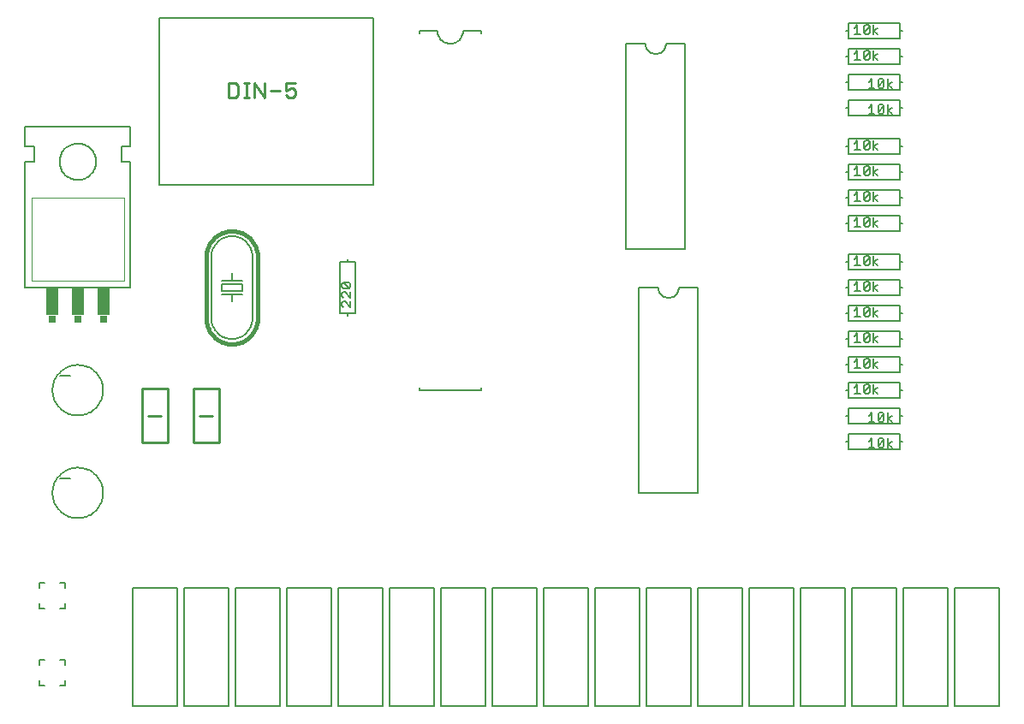
<source format=gto>
G75*
G70*
%OFA0B0*%
%FSLAX24Y24*%
%IPPOS*%
%LPD*%
%AMOC8*
5,1,8,0,0,1.08239X$1,22.5*
%
%ADD10C,0.0050*%
%ADD11C,0.0100*%
%ADD12C,0.0060*%
%ADD13C,0.0080*%
%ADD14C,0.0020*%
%ADD15R,0.0300X0.0250*%
%ADD16R,0.0500X0.1100*%
%ADD17C,0.0160*%
D10*
X006353Y024113D02*
X014699Y024113D01*
X014699Y030601D01*
X006353Y030601D01*
X006353Y024113D01*
D11*
X009071Y027499D02*
X009351Y027499D01*
X009444Y027592D01*
X009444Y027966D01*
X009351Y028059D01*
X009071Y028059D01*
X009071Y027499D01*
X009679Y027499D02*
X009865Y027499D01*
X009772Y027499D02*
X009772Y028059D01*
X009679Y028059D02*
X009865Y028059D01*
X010084Y028059D02*
X010457Y027499D01*
X010457Y028059D01*
X010691Y027779D02*
X011065Y027779D01*
X011299Y027779D02*
X011486Y027872D01*
X011579Y027872D01*
X011673Y027779D01*
X011673Y027592D01*
X011579Y027499D01*
X011392Y027499D01*
X011299Y027592D01*
X011299Y027779D02*
X011299Y028059D01*
X011673Y028059D01*
X010084Y028059D02*
X010084Y027499D01*
X008699Y016151D02*
X007699Y016151D01*
X007699Y014051D01*
X008699Y014051D01*
X008699Y016151D01*
X008449Y015101D02*
X007949Y015101D01*
X006449Y015101D02*
X005949Y015101D01*
X005699Y014051D02*
X005699Y016151D01*
X006699Y016151D01*
X006699Y014051D01*
X005699Y014051D01*
D12*
X008399Y018901D02*
X008399Y021301D01*
X008401Y021357D01*
X008407Y021412D01*
X008416Y021467D01*
X008430Y021522D01*
X008447Y021575D01*
X008468Y021626D01*
X008493Y021677D01*
X008521Y021725D01*
X008552Y021771D01*
X008586Y021815D01*
X008624Y021857D01*
X008664Y021896D01*
X008706Y021931D01*
X008752Y021964D01*
X008799Y021994D01*
X008848Y022020D01*
X008899Y022043D01*
X008952Y022062D01*
X009005Y022077D01*
X009060Y022089D01*
X009115Y022097D01*
X009171Y022101D01*
X009227Y022101D01*
X009283Y022097D01*
X009338Y022089D01*
X009393Y022077D01*
X009446Y022062D01*
X009499Y022043D01*
X009550Y022020D01*
X009599Y021994D01*
X009646Y021964D01*
X009692Y021931D01*
X009734Y021896D01*
X009774Y021857D01*
X009812Y021815D01*
X009846Y021771D01*
X009877Y021725D01*
X009905Y021677D01*
X009930Y021626D01*
X009951Y021575D01*
X009968Y021522D01*
X009982Y021467D01*
X009991Y021412D01*
X009997Y021357D01*
X009999Y021301D01*
X009999Y018901D01*
X009997Y018845D01*
X009991Y018790D01*
X009982Y018735D01*
X009968Y018680D01*
X009951Y018627D01*
X009930Y018576D01*
X009905Y018525D01*
X009877Y018477D01*
X009846Y018431D01*
X009812Y018387D01*
X009774Y018345D01*
X009734Y018306D01*
X009692Y018271D01*
X009646Y018238D01*
X009599Y018208D01*
X009550Y018182D01*
X009499Y018159D01*
X009446Y018140D01*
X009393Y018125D01*
X009338Y018113D01*
X009283Y018105D01*
X009227Y018101D01*
X009171Y018101D01*
X009115Y018105D01*
X009060Y018113D01*
X009005Y018125D01*
X008952Y018140D01*
X008899Y018159D01*
X008848Y018182D01*
X008799Y018208D01*
X008752Y018238D01*
X008706Y018271D01*
X008664Y018306D01*
X008624Y018345D01*
X008586Y018387D01*
X008552Y018431D01*
X008521Y018477D01*
X008493Y018525D01*
X008468Y018576D01*
X008447Y018627D01*
X008430Y018680D01*
X008416Y018735D01*
X008407Y018790D01*
X008401Y018845D01*
X008399Y018901D01*
X009199Y019551D02*
X009199Y019831D01*
X009599Y019831D01*
X009599Y019971D02*
X009599Y020221D01*
X008799Y020221D01*
X008799Y019971D01*
X009599Y019971D01*
X009599Y020371D02*
X009199Y020371D01*
X009199Y020651D01*
X009199Y020371D02*
X008799Y020371D01*
X008799Y019831D02*
X009199Y019831D01*
X005249Y020101D02*
X005249Y025001D01*
X004899Y025001D01*
X004899Y025601D01*
X005249Y025601D01*
X005249Y026351D01*
X001149Y026351D01*
X001149Y025601D01*
X001499Y025601D01*
X001499Y025001D01*
X001149Y025001D01*
X001149Y020101D01*
X005249Y020101D01*
X002489Y025001D02*
X002491Y025054D01*
X002497Y025107D01*
X002507Y025159D01*
X002521Y025210D01*
X002538Y025260D01*
X002559Y025309D01*
X002584Y025356D01*
X002612Y025401D01*
X002644Y025444D01*
X002679Y025484D01*
X002716Y025521D01*
X002756Y025556D01*
X002799Y025588D01*
X002844Y025616D01*
X002891Y025641D01*
X002940Y025662D01*
X002990Y025679D01*
X003041Y025693D01*
X003093Y025703D01*
X003146Y025709D01*
X003199Y025711D01*
X003252Y025709D01*
X003305Y025703D01*
X003357Y025693D01*
X003408Y025679D01*
X003458Y025662D01*
X003507Y025641D01*
X003554Y025616D01*
X003599Y025588D01*
X003642Y025556D01*
X003682Y025521D01*
X003719Y025484D01*
X003754Y025444D01*
X003786Y025401D01*
X003814Y025356D01*
X003839Y025309D01*
X003860Y025260D01*
X003877Y025210D01*
X003891Y025159D01*
X003901Y025107D01*
X003907Y025054D01*
X003909Y025001D01*
X003907Y024948D01*
X003901Y024895D01*
X003891Y024843D01*
X003877Y024792D01*
X003860Y024742D01*
X003839Y024693D01*
X003814Y024646D01*
X003786Y024601D01*
X003754Y024558D01*
X003719Y024518D01*
X003682Y024481D01*
X003642Y024446D01*
X003599Y024414D01*
X003554Y024386D01*
X003507Y024361D01*
X003458Y024340D01*
X003408Y024323D01*
X003357Y024309D01*
X003305Y024299D01*
X003252Y024293D01*
X003199Y024291D01*
X003146Y024293D01*
X003093Y024299D01*
X003041Y024309D01*
X002990Y024323D01*
X002940Y024340D01*
X002891Y024361D01*
X002844Y024386D01*
X002799Y024414D01*
X002756Y024446D01*
X002716Y024481D01*
X002679Y024518D01*
X002644Y024558D01*
X002612Y024601D01*
X002584Y024646D01*
X002559Y024693D01*
X002538Y024742D01*
X002521Y024792D01*
X002507Y024843D01*
X002497Y024895D01*
X002491Y024948D01*
X002489Y025001D01*
X013479Y020238D02*
X013536Y020294D01*
X013763Y020067D01*
X013819Y020124D01*
X013819Y020238D01*
X013763Y020294D01*
X013536Y020294D01*
X013479Y020238D02*
X013479Y020124D01*
X013536Y020067D01*
X013763Y020067D01*
X013819Y019926D02*
X013819Y019699D01*
X013593Y019926D01*
X013536Y019926D01*
X013479Y019869D01*
X013479Y019756D01*
X013536Y019699D01*
X013536Y019558D02*
X013479Y019501D01*
X013479Y019387D01*
X013536Y019331D01*
X013536Y019558D02*
X013593Y019558D01*
X013819Y019331D01*
X013819Y019558D01*
X024549Y021601D02*
X026849Y021601D01*
X026849Y029601D01*
X026099Y029601D01*
X026097Y029562D01*
X026091Y029523D01*
X026082Y029485D01*
X026069Y029448D01*
X026052Y029412D01*
X026032Y029379D01*
X026008Y029347D01*
X025982Y029318D01*
X025953Y029292D01*
X025921Y029268D01*
X025888Y029248D01*
X025852Y029231D01*
X025815Y029218D01*
X025777Y029209D01*
X025738Y029203D01*
X025699Y029201D01*
X025660Y029203D01*
X025621Y029209D01*
X025583Y029218D01*
X025546Y029231D01*
X025510Y029248D01*
X025477Y029268D01*
X025445Y029292D01*
X025416Y029318D01*
X025390Y029347D01*
X025366Y029379D01*
X025346Y029412D01*
X025329Y029448D01*
X025316Y029485D01*
X025307Y029523D01*
X025301Y029562D01*
X025299Y029601D01*
X024549Y029601D01*
X024549Y021601D01*
X025049Y020101D02*
X025799Y020101D01*
X025801Y020062D01*
X025807Y020023D01*
X025816Y019985D01*
X025829Y019948D01*
X025846Y019912D01*
X025866Y019879D01*
X025890Y019847D01*
X025916Y019818D01*
X025945Y019792D01*
X025977Y019768D01*
X026010Y019748D01*
X026046Y019731D01*
X026083Y019718D01*
X026121Y019709D01*
X026160Y019703D01*
X026199Y019701D01*
X026238Y019703D01*
X026277Y019709D01*
X026315Y019718D01*
X026352Y019731D01*
X026388Y019748D01*
X026421Y019768D01*
X026453Y019792D01*
X026482Y019818D01*
X026508Y019847D01*
X026532Y019879D01*
X026552Y019912D01*
X026569Y019948D01*
X026582Y019985D01*
X026591Y020023D01*
X026597Y020062D01*
X026599Y020101D01*
X027349Y020101D01*
X027349Y012101D01*
X025049Y012101D01*
X025049Y020101D01*
X033429Y020208D02*
X033543Y020321D01*
X033543Y019981D01*
X033656Y019981D02*
X033429Y019981D01*
X033798Y020037D02*
X034025Y020264D01*
X034025Y020037D01*
X033968Y019981D01*
X033854Y019981D01*
X033798Y020037D01*
X033798Y020264D01*
X033854Y020321D01*
X033968Y020321D01*
X034025Y020264D01*
X034166Y020321D02*
X034166Y019981D01*
X034166Y020094D02*
X034336Y020208D01*
X034166Y020094D02*
X034336Y019981D01*
X034166Y019321D02*
X034166Y018981D01*
X034166Y019094D02*
X034336Y019208D01*
X034166Y019094D02*
X034336Y018981D01*
X034025Y019037D02*
X033968Y018981D01*
X033854Y018981D01*
X033798Y019037D01*
X034025Y019264D01*
X034025Y019037D01*
X034025Y019264D02*
X033968Y019321D01*
X033854Y019321D01*
X033798Y019264D01*
X033798Y019037D01*
X033656Y018981D02*
X033429Y018981D01*
X033543Y018981D02*
X033543Y019321D01*
X033429Y019208D01*
X033543Y018321D02*
X033429Y018208D01*
X033543Y018321D02*
X033543Y017981D01*
X033656Y017981D02*
X033429Y017981D01*
X033798Y018037D02*
X033798Y018264D01*
X033854Y018321D01*
X033968Y018321D01*
X034025Y018264D01*
X033798Y018037D01*
X033854Y017981D01*
X033968Y017981D01*
X034025Y018037D01*
X034025Y018264D01*
X034166Y018321D02*
X034166Y017981D01*
X034166Y018094D02*
X034336Y018208D01*
X034166Y018094D02*
X034336Y017981D01*
X034166Y017321D02*
X034166Y016981D01*
X034166Y017094D02*
X034336Y017208D01*
X034166Y017094D02*
X034336Y016981D01*
X034025Y017037D02*
X034025Y017264D01*
X033798Y017037D01*
X033854Y016981D01*
X033968Y016981D01*
X034025Y017037D01*
X033798Y017037D02*
X033798Y017264D01*
X033854Y017321D01*
X033968Y017321D01*
X034025Y017264D01*
X033656Y016981D02*
X033429Y016981D01*
X033543Y016981D02*
X033543Y017321D01*
X033429Y017208D01*
X033543Y016321D02*
X033543Y015981D01*
X033656Y015981D02*
X033429Y015981D01*
X033429Y016208D02*
X033543Y016321D01*
X033798Y016264D02*
X033854Y016321D01*
X033968Y016321D01*
X034025Y016264D01*
X033798Y016037D01*
X033854Y015981D01*
X033968Y015981D01*
X034025Y016037D01*
X034025Y016264D01*
X034166Y016321D02*
X034166Y015981D01*
X034166Y016094D02*
X034336Y016208D01*
X034166Y016094D02*
X034336Y015981D01*
X033798Y016037D02*
X033798Y016264D01*
X034099Y015221D02*
X034099Y014881D01*
X033986Y014881D02*
X034213Y014881D01*
X034354Y014937D02*
X034581Y015164D01*
X034581Y014937D01*
X034524Y014881D01*
X034411Y014881D01*
X034354Y014937D01*
X034354Y015164D01*
X034411Y015221D01*
X034524Y015221D01*
X034581Y015164D01*
X034722Y015221D02*
X034722Y014881D01*
X034722Y014994D02*
X034893Y014881D01*
X034722Y014994D02*
X034893Y015108D01*
X034099Y015221D02*
X033986Y015108D01*
X034099Y014221D02*
X034099Y013881D01*
X033986Y013881D02*
X034213Y013881D01*
X034354Y013937D02*
X034581Y014164D01*
X034581Y013937D01*
X034524Y013881D01*
X034411Y013881D01*
X034354Y013937D01*
X034354Y014164D01*
X034411Y014221D01*
X034524Y014221D01*
X034581Y014164D01*
X034722Y014221D02*
X034722Y013881D01*
X034722Y013994D02*
X034893Y014108D01*
X034722Y013994D02*
X034893Y013881D01*
X034099Y014221D02*
X033986Y014108D01*
X033968Y020981D02*
X033854Y020981D01*
X033798Y021037D01*
X034025Y021264D01*
X034025Y021037D01*
X033968Y020981D01*
X033798Y021037D02*
X033798Y021264D01*
X033854Y021321D01*
X033968Y021321D01*
X034025Y021264D01*
X034166Y021321D02*
X034166Y020981D01*
X034166Y021094D02*
X034336Y021208D01*
X034166Y021094D02*
X034336Y020981D01*
X033656Y020981D02*
X033429Y020981D01*
X033543Y020981D02*
X033543Y021321D01*
X033429Y021208D01*
X033429Y022481D02*
X033656Y022481D01*
X033543Y022481D02*
X033543Y022821D01*
X033429Y022708D01*
X033798Y022764D02*
X033854Y022821D01*
X033968Y022821D01*
X034025Y022764D01*
X033798Y022537D01*
X033854Y022481D01*
X033968Y022481D01*
X034025Y022537D01*
X034025Y022764D01*
X034166Y022821D02*
X034166Y022481D01*
X034166Y022594D02*
X034336Y022708D01*
X034166Y022594D02*
X034336Y022481D01*
X033798Y022537D02*
X033798Y022764D01*
X033854Y023481D02*
X033798Y023537D01*
X034025Y023764D01*
X034025Y023537D01*
X033968Y023481D01*
X033854Y023481D01*
X033798Y023537D02*
X033798Y023764D01*
X033854Y023821D01*
X033968Y023821D01*
X034025Y023764D01*
X034166Y023821D02*
X034166Y023481D01*
X034166Y023594D02*
X034336Y023708D01*
X034166Y023594D02*
X034336Y023481D01*
X033656Y023481D02*
X033429Y023481D01*
X033543Y023481D02*
X033543Y023821D01*
X033429Y023708D01*
X033429Y024481D02*
X033656Y024481D01*
X033543Y024481D02*
X033543Y024821D01*
X033429Y024708D01*
X033798Y024764D02*
X033798Y024537D01*
X034025Y024764D01*
X034025Y024537D01*
X033968Y024481D01*
X033854Y024481D01*
X033798Y024537D01*
X033798Y024764D02*
X033854Y024821D01*
X033968Y024821D01*
X034025Y024764D01*
X034166Y024821D02*
X034166Y024481D01*
X034166Y024594D02*
X034336Y024708D01*
X034166Y024594D02*
X034336Y024481D01*
X034336Y025481D02*
X034166Y025594D01*
X034336Y025708D01*
X034166Y025821D02*
X034166Y025481D01*
X034025Y025537D02*
X033968Y025481D01*
X033854Y025481D01*
X033798Y025537D01*
X034025Y025764D01*
X034025Y025537D01*
X033798Y025537D02*
X033798Y025764D01*
X033854Y025821D01*
X033968Y025821D01*
X034025Y025764D01*
X033656Y025481D02*
X033429Y025481D01*
X033543Y025481D02*
X033543Y025821D01*
X033429Y025708D01*
X033986Y026881D02*
X034213Y026881D01*
X034099Y026881D02*
X034099Y027221D01*
X033986Y027108D01*
X034354Y027164D02*
X034411Y027221D01*
X034524Y027221D01*
X034581Y027164D01*
X034354Y026937D01*
X034411Y026881D01*
X034524Y026881D01*
X034581Y026937D01*
X034581Y027164D01*
X034722Y027221D02*
X034722Y026881D01*
X034722Y026994D02*
X034893Y027108D01*
X034722Y026994D02*
X034893Y026881D01*
X034354Y026937D02*
X034354Y027164D01*
X034411Y027881D02*
X034354Y027937D01*
X034581Y028164D01*
X034581Y027937D01*
X034524Y027881D01*
X034411Y027881D01*
X034354Y027937D02*
X034354Y028164D01*
X034411Y028221D01*
X034524Y028221D01*
X034581Y028164D01*
X034722Y028221D02*
X034722Y027881D01*
X034722Y027994D02*
X034893Y028108D01*
X034722Y027994D02*
X034893Y027881D01*
X034213Y027881D02*
X033986Y027881D01*
X034099Y027881D02*
X034099Y028221D01*
X033986Y028108D01*
X033968Y028981D02*
X033854Y028981D01*
X033798Y029037D01*
X034025Y029264D01*
X034025Y029037D01*
X033968Y028981D01*
X033798Y029037D02*
X033798Y029264D01*
X033854Y029321D01*
X033968Y029321D01*
X034025Y029264D01*
X034166Y029321D02*
X034166Y028981D01*
X034166Y029094D02*
X034336Y029208D01*
X034166Y029094D02*
X034336Y028981D01*
X033656Y028981D02*
X033429Y028981D01*
X033543Y028981D02*
X033543Y029321D01*
X033429Y029208D01*
X033429Y029981D02*
X033656Y029981D01*
X033543Y029981D02*
X033543Y030321D01*
X033429Y030208D01*
X033798Y030264D02*
X033854Y030321D01*
X033968Y030321D01*
X034025Y030264D01*
X033798Y030037D01*
X033854Y029981D01*
X033968Y029981D01*
X034025Y030037D01*
X034025Y030264D01*
X034166Y030321D02*
X034166Y029981D01*
X034166Y030094D02*
X034336Y030208D01*
X034166Y030094D02*
X034336Y029981D01*
X033798Y030037D02*
X033798Y030264D01*
X002699Y008601D02*
X002699Y008401D01*
X002699Y008601D02*
X002499Y008601D01*
X001899Y008601D02*
X001699Y008601D01*
X001699Y008401D01*
X001699Y007801D02*
X001699Y007601D01*
X001899Y007601D01*
X002499Y007601D02*
X002699Y007601D01*
X002699Y007801D01*
X002699Y005601D02*
X002499Y005601D01*
X002699Y005601D02*
X002699Y005401D01*
X002699Y004801D02*
X002699Y004601D01*
X002499Y004601D01*
X001899Y004601D02*
X001699Y004601D01*
X001699Y004801D01*
X001699Y005401D02*
X001699Y005601D01*
X001899Y005601D01*
D13*
X005343Y003811D02*
X007056Y003811D01*
X007056Y008390D01*
X005343Y008390D01*
X005343Y003811D01*
X007343Y003811D02*
X009056Y003811D01*
X009056Y008390D01*
X007343Y008390D01*
X007343Y003811D01*
X009343Y003811D02*
X011056Y003811D01*
X011056Y008390D01*
X009343Y008390D01*
X009343Y003811D01*
X011343Y003811D02*
X013056Y003811D01*
X013056Y008390D01*
X011343Y008390D01*
X011343Y003811D01*
X013343Y003811D02*
X015056Y003811D01*
X015056Y008390D01*
X013343Y008390D01*
X013343Y003811D01*
X015343Y003811D02*
X017056Y003811D01*
X017056Y008390D01*
X015343Y008390D01*
X015343Y003811D01*
X017343Y003811D02*
X019056Y003811D01*
X019056Y008390D01*
X017343Y008390D01*
X017343Y003811D01*
X019343Y003811D02*
X021056Y003811D01*
X021056Y008390D01*
X019343Y008390D01*
X019343Y003811D01*
X021343Y003811D02*
X023056Y003811D01*
X023056Y008390D01*
X021343Y008390D01*
X021343Y003811D01*
X023343Y003811D02*
X025056Y003811D01*
X025056Y008390D01*
X023343Y008390D01*
X023343Y003811D01*
X025343Y003811D02*
X027056Y003811D01*
X027056Y008390D01*
X025343Y008390D01*
X025343Y003811D01*
X027343Y003811D02*
X029056Y003811D01*
X029056Y008390D01*
X027343Y008390D01*
X027343Y003811D01*
X029343Y003811D02*
X031056Y003811D01*
X031056Y008390D01*
X029343Y008390D01*
X029343Y003811D01*
X031343Y003811D02*
X033056Y003811D01*
X033056Y008390D01*
X031343Y008390D01*
X031343Y003811D01*
X033343Y003811D02*
X035056Y003811D01*
X035056Y008390D01*
X033343Y008390D01*
X033343Y003811D01*
X035343Y003811D02*
X037056Y003811D01*
X037056Y008390D01*
X035343Y008390D01*
X035343Y003811D01*
X037343Y003811D02*
X039056Y003811D01*
X039056Y008390D01*
X037343Y008390D01*
X037343Y003811D01*
X035199Y013801D02*
X033199Y013801D01*
X033199Y014101D01*
X033099Y014101D01*
X033199Y014101D02*
X033199Y014401D01*
X035199Y014401D01*
X035199Y014101D01*
X035299Y014101D01*
X035199Y014101D02*
X035199Y013801D01*
X035199Y014801D02*
X035199Y015101D01*
X035299Y015101D01*
X035199Y015101D02*
X035199Y015401D01*
X033199Y015401D01*
X033199Y015101D01*
X033099Y015101D01*
X033199Y015101D02*
X033199Y014801D01*
X035199Y014801D01*
X035199Y015801D02*
X033199Y015801D01*
X033199Y016101D01*
X033099Y016101D01*
X033199Y016101D02*
X033199Y016401D01*
X035199Y016401D01*
X035199Y016101D01*
X035299Y016101D01*
X035199Y016101D02*
X035199Y015801D01*
X035199Y016801D02*
X033199Y016801D01*
X033199Y017101D01*
X033099Y017101D01*
X033199Y017101D02*
X033199Y017401D01*
X035199Y017401D01*
X035199Y017101D01*
X035299Y017101D01*
X035199Y017101D02*
X035199Y016801D01*
X035199Y017801D02*
X033199Y017801D01*
X033199Y018101D01*
X033099Y018101D01*
X033199Y018101D02*
X033199Y018401D01*
X035199Y018401D01*
X035199Y018101D01*
X035299Y018101D01*
X035199Y018101D02*
X035199Y017801D01*
X035199Y018801D02*
X033199Y018801D01*
X033199Y019101D01*
X033099Y019101D01*
X033199Y019101D02*
X033199Y019401D01*
X035199Y019401D01*
X035199Y019101D01*
X035299Y019101D01*
X035199Y019101D02*
X035199Y018801D01*
X035199Y019801D02*
X033199Y019801D01*
X033199Y020101D01*
X033099Y020101D01*
X033199Y020101D02*
X033199Y020401D01*
X035199Y020401D01*
X035199Y020101D01*
X035299Y020101D01*
X035199Y020101D02*
X035199Y019801D01*
X035199Y020801D02*
X033199Y020801D01*
X033199Y021101D01*
X033099Y021101D01*
X033199Y021101D02*
X033199Y021401D01*
X035199Y021401D01*
X035199Y021101D01*
X035299Y021101D01*
X035199Y021101D02*
X035199Y020801D01*
X035199Y022301D02*
X033199Y022301D01*
X033199Y022601D01*
X033099Y022601D01*
X033199Y022601D02*
X033199Y022901D01*
X035199Y022901D01*
X035199Y022601D01*
X035299Y022601D01*
X035199Y022601D02*
X035199Y022301D01*
X035199Y023301D02*
X033199Y023301D01*
X033199Y023601D01*
X033099Y023601D01*
X033199Y023601D02*
X033199Y023901D01*
X035199Y023901D01*
X035199Y023601D01*
X035299Y023601D01*
X035199Y023601D02*
X035199Y023301D01*
X035199Y024301D02*
X033199Y024301D01*
X033199Y024601D01*
X033099Y024601D01*
X033199Y024601D02*
X033199Y024901D01*
X035199Y024901D01*
X035199Y024601D01*
X035299Y024601D01*
X035199Y024601D02*
X035199Y024301D01*
X035199Y025301D02*
X033199Y025301D01*
X033199Y025601D01*
X033099Y025601D01*
X033199Y025601D02*
X033199Y025901D01*
X035199Y025901D01*
X035199Y025601D01*
X035299Y025601D01*
X035199Y025601D02*
X035199Y025301D01*
X035199Y026801D02*
X035199Y027101D01*
X035299Y027101D01*
X035199Y027101D02*
X035199Y027401D01*
X033199Y027401D01*
X033199Y027101D01*
X033099Y027101D01*
X033199Y027101D02*
X033199Y026801D01*
X035199Y026801D01*
X035199Y027801D02*
X035199Y028101D01*
X035299Y028101D01*
X035199Y028101D02*
X035199Y028401D01*
X033199Y028401D01*
X033199Y028101D01*
X033099Y028101D01*
X033199Y028101D02*
X033199Y027801D01*
X035199Y027801D01*
X035199Y028801D02*
X033199Y028801D01*
X033199Y029101D01*
X033099Y029101D01*
X033199Y029101D02*
X033199Y029401D01*
X035199Y029401D01*
X035199Y029101D01*
X035299Y029101D01*
X035199Y029101D02*
X035199Y028801D01*
X035199Y029801D02*
X033199Y029801D01*
X033199Y030101D01*
X033099Y030101D01*
X033199Y030101D02*
X033199Y030401D01*
X035199Y030401D01*
X035199Y030101D01*
X035299Y030101D01*
X035199Y030101D02*
X035199Y029801D01*
X018899Y030001D02*
X018899Y030101D01*
X018199Y030101D01*
X018197Y030057D01*
X018191Y030014D01*
X018182Y029972D01*
X018169Y029930D01*
X018152Y029890D01*
X018132Y029851D01*
X018109Y029814D01*
X018082Y029780D01*
X018053Y029747D01*
X018020Y029718D01*
X017986Y029691D01*
X017949Y029668D01*
X017910Y029648D01*
X017870Y029631D01*
X017828Y029618D01*
X017786Y029609D01*
X017743Y029603D01*
X017699Y029601D01*
X017655Y029603D01*
X017612Y029609D01*
X017570Y029618D01*
X017528Y029631D01*
X017488Y029648D01*
X017449Y029668D01*
X017412Y029691D01*
X017378Y029718D01*
X017345Y029747D01*
X017316Y029780D01*
X017289Y029814D01*
X017266Y029851D01*
X017246Y029890D01*
X017229Y029930D01*
X017216Y029972D01*
X017207Y030014D01*
X017201Y030057D01*
X017199Y030101D01*
X016499Y030101D01*
X016499Y030001D01*
X013699Y021201D02*
X013699Y021101D01*
X013999Y021101D01*
X013999Y019101D01*
X013699Y019101D01*
X013699Y019001D01*
X013699Y019101D02*
X013399Y019101D01*
X013399Y021101D01*
X013699Y021101D01*
X016499Y016201D02*
X016499Y016101D01*
X018899Y016101D01*
X018899Y016201D01*
X002215Y016101D02*
X002217Y016163D01*
X002223Y016226D01*
X002233Y016287D01*
X002247Y016348D01*
X002264Y016408D01*
X002285Y016467D01*
X002311Y016524D01*
X002339Y016579D01*
X002371Y016633D01*
X002407Y016684D01*
X002445Y016734D01*
X002487Y016780D01*
X002531Y016824D01*
X002579Y016865D01*
X002628Y016903D01*
X002680Y016937D01*
X002734Y016968D01*
X002790Y016996D01*
X002848Y017020D01*
X002907Y017041D01*
X002967Y017057D01*
X003028Y017070D01*
X003090Y017079D01*
X003152Y017084D01*
X003215Y017085D01*
X003277Y017082D01*
X003339Y017075D01*
X003401Y017064D01*
X003461Y017049D01*
X003521Y017031D01*
X003579Y017009D01*
X003636Y016983D01*
X003691Y016953D01*
X003744Y016920D01*
X003795Y016884D01*
X003843Y016845D01*
X003889Y016802D01*
X003932Y016757D01*
X003972Y016709D01*
X004009Y016659D01*
X004043Y016606D01*
X004074Y016552D01*
X004100Y016496D01*
X004124Y016438D01*
X004143Y016378D01*
X004159Y016318D01*
X004171Y016256D01*
X004179Y016195D01*
X004183Y016132D01*
X004183Y016070D01*
X004179Y016007D01*
X004171Y015946D01*
X004159Y015884D01*
X004143Y015824D01*
X004124Y015764D01*
X004100Y015706D01*
X004074Y015650D01*
X004043Y015596D01*
X004009Y015543D01*
X003972Y015493D01*
X003932Y015445D01*
X003889Y015400D01*
X003843Y015357D01*
X003795Y015318D01*
X003744Y015282D01*
X003691Y015249D01*
X003636Y015219D01*
X003579Y015193D01*
X003521Y015171D01*
X003461Y015153D01*
X003401Y015138D01*
X003339Y015127D01*
X003277Y015120D01*
X003215Y015117D01*
X003152Y015118D01*
X003090Y015123D01*
X003028Y015132D01*
X002967Y015145D01*
X002907Y015161D01*
X002848Y015182D01*
X002790Y015206D01*
X002734Y015234D01*
X002680Y015265D01*
X002628Y015299D01*
X002579Y015337D01*
X002531Y015378D01*
X002487Y015422D01*
X002445Y015468D01*
X002407Y015518D01*
X002371Y015569D01*
X002339Y015623D01*
X002311Y015678D01*
X002285Y015735D01*
X002264Y015794D01*
X002247Y015854D01*
X002233Y015915D01*
X002223Y015976D01*
X002217Y016039D01*
X002215Y016101D01*
X002499Y016651D02*
X002899Y016651D01*
X002899Y012651D02*
X002499Y012651D01*
X002215Y012101D02*
X002217Y012163D01*
X002223Y012226D01*
X002233Y012287D01*
X002247Y012348D01*
X002264Y012408D01*
X002285Y012467D01*
X002311Y012524D01*
X002339Y012579D01*
X002371Y012633D01*
X002407Y012684D01*
X002445Y012734D01*
X002487Y012780D01*
X002531Y012824D01*
X002579Y012865D01*
X002628Y012903D01*
X002680Y012937D01*
X002734Y012968D01*
X002790Y012996D01*
X002848Y013020D01*
X002907Y013041D01*
X002967Y013057D01*
X003028Y013070D01*
X003090Y013079D01*
X003152Y013084D01*
X003215Y013085D01*
X003277Y013082D01*
X003339Y013075D01*
X003401Y013064D01*
X003461Y013049D01*
X003521Y013031D01*
X003579Y013009D01*
X003636Y012983D01*
X003691Y012953D01*
X003744Y012920D01*
X003795Y012884D01*
X003843Y012845D01*
X003889Y012802D01*
X003932Y012757D01*
X003972Y012709D01*
X004009Y012659D01*
X004043Y012606D01*
X004074Y012552D01*
X004100Y012496D01*
X004124Y012438D01*
X004143Y012378D01*
X004159Y012318D01*
X004171Y012256D01*
X004179Y012195D01*
X004183Y012132D01*
X004183Y012070D01*
X004179Y012007D01*
X004171Y011946D01*
X004159Y011884D01*
X004143Y011824D01*
X004124Y011764D01*
X004100Y011706D01*
X004074Y011650D01*
X004043Y011596D01*
X004009Y011543D01*
X003972Y011493D01*
X003932Y011445D01*
X003889Y011400D01*
X003843Y011357D01*
X003795Y011318D01*
X003744Y011282D01*
X003691Y011249D01*
X003636Y011219D01*
X003579Y011193D01*
X003521Y011171D01*
X003461Y011153D01*
X003401Y011138D01*
X003339Y011127D01*
X003277Y011120D01*
X003215Y011117D01*
X003152Y011118D01*
X003090Y011123D01*
X003028Y011132D01*
X002967Y011145D01*
X002907Y011161D01*
X002848Y011182D01*
X002790Y011206D01*
X002734Y011234D01*
X002680Y011265D01*
X002628Y011299D01*
X002579Y011337D01*
X002531Y011378D01*
X002487Y011422D01*
X002445Y011468D01*
X002407Y011518D01*
X002371Y011569D01*
X002339Y011623D01*
X002311Y011678D01*
X002285Y011735D01*
X002264Y011794D01*
X002247Y011854D01*
X002233Y011915D01*
X002223Y011976D01*
X002217Y012039D01*
X002215Y012101D01*
D14*
X001399Y020351D02*
X001399Y023601D01*
X004999Y023601D01*
X004999Y020351D01*
X001399Y020351D01*
D15*
X002199Y018876D03*
X003199Y018876D03*
X004199Y018876D03*
D16*
X004199Y019551D03*
X003199Y019551D03*
X002199Y019551D03*
D17*
X008199Y018901D02*
X008199Y021301D01*
X008201Y021363D01*
X008207Y021424D01*
X008216Y021485D01*
X008229Y021545D01*
X008246Y021604D01*
X008267Y021662D01*
X008291Y021719D01*
X008318Y021774D01*
X008349Y021827D01*
X008383Y021879D01*
X008420Y021928D01*
X008460Y021975D01*
X008503Y022019D01*
X008548Y022060D01*
X008596Y022099D01*
X008647Y022135D01*
X008699Y022167D01*
X008753Y022196D01*
X008809Y022222D01*
X008867Y022244D01*
X008925Y022263D01*
X008985Y022278D01*
X009046Y022289D01*
X009107Y022297D01*
X009168Y022301D01*
X009230Y022301D01*
X009291Y022297D01*
X009352Y022289D01*
X009413Y022278D01*
X009473Y022263D01*
X009531Y022244D01*
X009589Y022222D01*
X009645Y022196D01*
X009699Y022167D01*
X009751Y022135D01*
X009802Y022099D01*
X009850Y022060D01*
X009895Y022019D01*
X009938Y021975D01*
X009978Y021928D01*
X010015Y021879D01*
X010049Y021827D01*
X010080Y021774D01*
X010107Y021719D01*
X010131Y021662D01*
X010152Y021604D01*
X010169Y021545D01*
X010182Y021485D01*
X010191Y021424D01*
X010197Y021363D01*
X010199Y021301D01*
X010199Y018901D01*
X010197Y018839D01*
X010191Y018778D01*
X010182Y018717D01*
X010169Y018657D01*
X010152Y018598D01*
X010131Y018540D01*
X010107Y018483D01*
X010080Y018428D01*
X010049Y018375D01*
X010015Y018323D01*
X009978Y018274D01*
X009938Y018227D01*
X009895Y018183D01*
X009850Y018142D01*
X009802Y018103D01*
X009751Y018067D01*
X009699Y018035D01*
X009645Y018006D01*
X009589Y017980D01*
X009531Y017958D01*
X009473Y017939D01*
X009413Y017924D01*
X009352Y017913D01*
X009291Y017905D01*
X009230Y017901D01*
X009168Y017901D01*
X009107Y017905D01*
X009046Y017913D01*
X008985Y017924D01*
X008925Y017939D01*
X008867Y017958D01*
X008809Y017980D01*
X008753Y018006D01*
X008699Y018035D01*
X008647Y018067D01*
X008596Y018103D01*
X008548Y018142D01*
X008503Y018183D01*
X008460Y018227D01*
X008420Y018274D01*
X008383Y018323D01*
X008349Y018375D01*
X008318Y018428D01*
X008291Y018483D01*
X008267Y018540D01*
X008246Y018598D01*
X008229Y018657D01*
X008216Y018717D01*
X008207Y018778D01*
X008201Y018839D01*
X008199Y018901D01*
M02*

</source>
